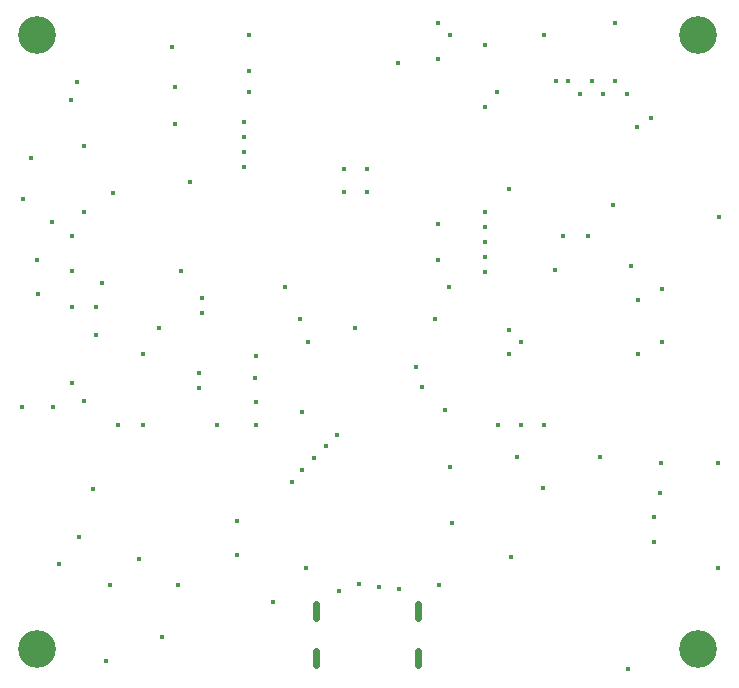
<source format=gbr>
G04 PROTEUS GERBER X2 FILE*
%TF.GenerationSoftware,Labcenter,Proteus,8.17-SP5-Build39395*%
%TF.CreationDate,2025-01-31T21:13:05+00:00*%
%TF.FileFunction,Plated,1,2,PTH*%
%TF.FilePolarity,Positive*%
%TF.Part,Single*%
%TF.SameCoordinates,{25d9a88a-2623-41a1-bce1-36a6f26497cc}*%
%FSLAX45Y45*%
%MOMM*%
G01*
%TA.AperFunction,ViaDrill*%
%ADD183C,0.381000*%
%TA.AperFunction,ComponentDrill*%
%ADD184C,0.600000*%
%TA.AperFunction,OtherDrill,Unknown*%
%ADD185C,0.381000*%
%ADD186C,3.200000*%
%TD.AperFunction*%
D183*
X+2060093Y+4384997D03*
X+2059748Y+4511980D03*
X+1699766Y+3272345D03*
X+1699878Y+3144942D03*
X+1601886Y+4257935D03*
X+300000Y+3600000D03*
X+4100000Y+4893081D03*
X+3100000Y+4170000D03*
X+3100000Y+4370000D03*
X+2900000Y+4170000D03*
X+2900000Y+4370000D03*
X+1360000Y+400000D03*
X+490928Y+1024082D03*
X+852682Y+3400097D03*
X+2059845Y+4639069D03*
X+600000Y+3200000D03*
X+600000Y+3500000D03*
X+600000Y+3800000D03*
X+187509Y+4113161D03*
X+640000Y+5100000D03*
X+5390000Y+2800000D03*
X+4600000Y+2200000D03*
X+4400000Y+2900000D03*
X+4300000Y+4200000D03*
X+4210000Y+2200000D03*
X+4300000Y+3000000D03*
X+4400000Y+2200000D03*
X+4300000Y+2800000D03*
X+5597682Y+2898946D03*
X+5597553Y+3349596D03*
X+5390000Y+3261362D03*
X+990000Y+2200000D03*
X+800000Y+2963845D03*
X+3196880Y+826880D03*
X+2100000Y+5500000D03*
X+3793261Y+3370000D03*
X+3700000Y+3600000D03*
X+3700000Y+3902540D03*
X+3700000Y+5300000D03*
X+3370000Y+810000D03*
X+3708134Y+844602D03*
X+5530000Y+1210000D03*
X+3028299Y+852999D03*
X+1200000Y+2800000D03*
X+2550804Y+1820804D03*
X+2160000Y+2200000D03*
X+1830000Y+2200000D03*
X+1200000Y+2200000D03*
X+2160000Y+2390000D03*
X+2650000Y+1920000D03*
X+1677397Y+2508914D03*
X+2847862Y+2117862D03*
X+2160000Y+2780000D03*
X+3000000Y+3020000D03*
X+2550000Y+2310000D03*
X+2150794Y+2600100D03*
X+1680000Y+2637000D03*
X+2750000Y+2020000D03*
X+4587054Y+1669540D03*
X+1500000Y+840000D03*
X+919998Y+840000D03*
X+657702Y+1247854D03*
X+600000Y+2552861D03*
X+700000Y+4000000D03*
X+700000Y+4560000D03*
X+700000Y+2400000D03*
X+800000Y+3200000D03*
X+2460000Y+1720000D03*
X+4320000Y+1080000D03*
X+2860000Y+790000D03*
X+2300000Y+700000D03*
X+2580000Y+990000D03*
X+5200000Y+5110000D03*
X+4100064Y+3623438D03*
X+5000000Y+5110000D03*
X+4099732Y+3876823D03*
X+4800000Y+5110000D03*
X+4100000Y+4004000D03*
X+4900000Y+5000000D03*
X+4100000Y+3750000D03*
X+5100000Y+5000000D03*
X+4099511Y+3495974D03*
X+5300000Y+5000000D03*
X+2100000Y+5200000D03*
X+4101403Y+5414884D03*
X+3800000Y+5500000D03*
X+4758737Y+3798737D03*
X+5580000Y+1620000D03*
X+4686831Y+3509120D03*
X+4970000Y+3800000D03*
X+5500000Y+4800000D03*
X+5335947Y+3543324D03*
X+2060136Y+4765983D03*
X+5380000Y+4720000D03*
X+3700000Y+5600000D03*
X+3360000Y+5260000D03*
X+2399727Y+3368634D03*
X+5200000Y+5600000D03*
X+4600000Y+5500000D03*
X+3672217Y+3099684D03*
X+3800000Y+1840000D03*
X+3760000Y+2330000D03*
X+3566492Y+2523508D03*
X+2600000Y+2900000D03*
D184*
X+2666730Y+283000D02*
X+2669270Y+283000D01*
X+2669270Y+163000D01*
X+2666730Y+163000D01*
X+2666730Y+283000D01*
X+2666730Y+682990D02*
X+2669270Y+682990D01*
X+2669270Y+562990D01*
X+2666730Y+562990D01*
X+2666730Y+682990D01*
X+3530730Y+682988D02*
X+3533270Y+682988D01*
X+3533270Y+562988D01*
X+3530730Y+562988D01*
X+3530730Y+682988D01*
X+3530730Y+283000D02*
X+3533270Y+283000D01*
X+3533270Y+163000D01*
X+3530730Y+163000D01*
X+3530730Y+283000D01*
D185*
X+2000000Y+1100000D03*
X+1164388Y+1061008D03*
X+2100000Y+5020000D03*
D186*
X+300000Y+300000D03*
X+300000Y+5500000D03*
X+5900000Y+5500000D03*
X+5900000Y+300000D03*
D185*
X+890000Y+200000D03*
X+2000000Y+1390000D03*
X+310000Y+3310000D03*
X+437240Y+2353050D03*
X+430000Y+3921060D03*
X+178160Y+2353050D03*
X+2530000Y+3100000D03*
X+1520000Y+3500000D03*
X+1340000Y+3020000D03*
X+780000Y+1660000D03*
X+1470000Y+4750000D03*
X+1470000Y+5060000D03*
X+590000Y+4953940D03*
X+250000Y+4460000D03*
X+950000Y+4160000D03*
X+5070000Y+1930000D03*
X+6070000Y+990000D03*
X+5590000Y+1880000D03*
X+5530000Y+1420000D03*
X+3820000Y+1370000D03*
X+4370000Y+1930000D03*
X+1450000Y+5400000D03*
X+4700000Y+5110000D03*
X+4200000Y+5020000D03*
X+5310000Y+130000D03*
X+6070000Y+1880000D03*
X+5180000Y+4060000D03*
X+3510000Y+2690000D03*
X+6080000Y+3960000D03*
M02*

</source>
